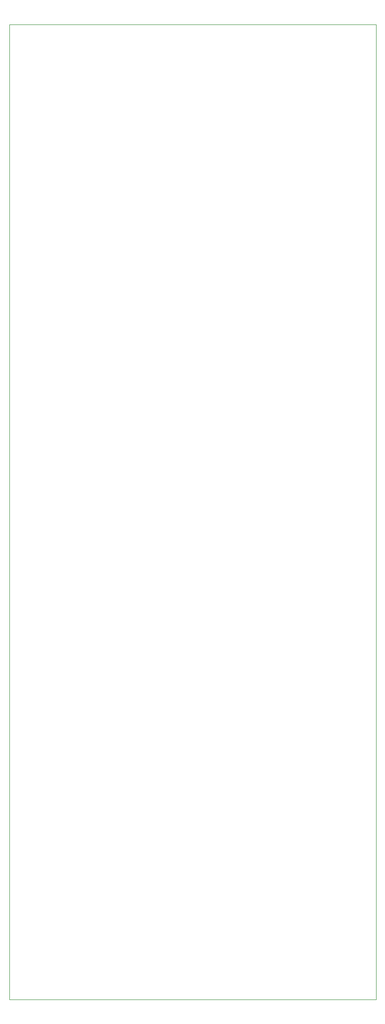
<source format=gbr>
%TF.GenerationSoftware,KiCad,Pcbnew,(5.1.6-0-10_14)*%
%TF.CreationDate,2020-06-11T07:37:50+09:00*%
%TF.ProjectId,QSPIRadiationBoard,51535049-5261-4646-9961-74696f6e426f,rev?*%
%TF.SameCoordinates,Original*%
%TF.FileFunction,Profile,NP*%
%FSLAX46Y46*%
G04 Gerber Fmt 4.6, Leading zero omitted, Abs format (unit mm)*
G04 Created by KiCad (PCBNEW (5.1.6-0-10_14)) date 2020-06-11 07:37:50*
%MOMM*%
%LPD*%
G01*
G04 APERTURE LIST*
%TA.AperFunction,Profile*%
%ADD10C,0.050000*%
%TD*%
G04 APERTURE END LIST*
D10*
X161290000Y-13970000D02*
X95250000Y-13970000D01*
X161290000Y-189230000D02*
X161290000Y-13970000D01*
X95250000Y-189230000D02*
X161290000Y-189230000D01*
X95250000Y-13970000D02*
X95250000Y-189230000D01*
M02*

</source>
